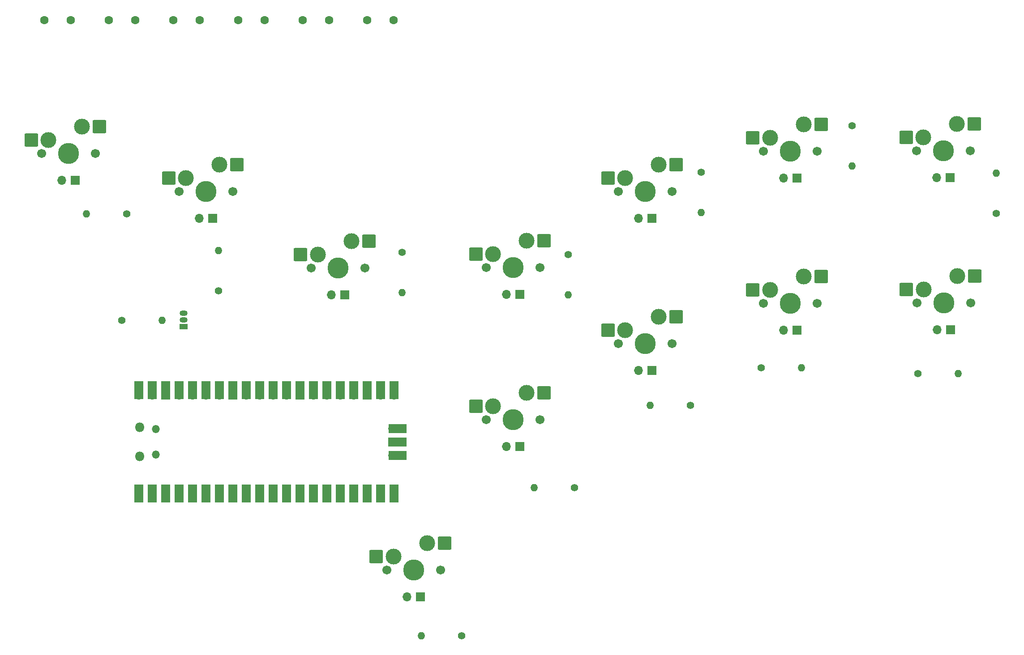
<source format=gbr>
%TF.GenerationSoftware,KiCad,Pcbnew,7.0.5*%
%TF.CreationDate,2023-08-06T18:29:22-05:00*%
%TF.ProjectId,Box,426f782e-6b69-4636-9164-5f7063625858,rev?*%
%TF.SameCoordinates,Original*%
%TF.FileFunction,Soldermask,Bot*%
%TF.FilePolarity,Negative*%
%FSLAX46Y46*%
G04 Gerber Fmt 4.6, Leading zero omitted, Abs format (unit mm)*
G04 Created by KiCad (PCBNEW 7.0.5) date 2023-08-06 18:29:22*
%MOMM*%
%LPD*%
G01*
G04 APERTURE LIST*
G04 Aperture macros list*
%AMRoundRect*
0 Rectangle with rounded corners*
0 $1 Rounding radius*
0 $2 $3 $4 $5 $6 $7 $8 $9 X,Y pos of 4 corners*
0 Add a 4 corners polygon primitive as box body*
4,1,4,$2,$3,$4,$5,$6,$7,$8,$9,$2,$3,0*
0 Add four circle primitives for the rounded corners*
1,1,$1+$1,$2,$3*
1,1,$1+$1,$4,$5*
1,1,$1+$1,$6,$7*
1,1,$1+$1,$8,$9*
0 Add four rect primitives between the rounded corners*
20,1,$1+$1,$2,$3,$4,$5,0*
20,1,$1+$1,$4,$5,$6,$7,0*
20,1,$1+$1,$6,$7,$8,$9,0*
20,1,$1+$1,$8,$9,$2,$3,0*%
G04 Aperture macros list end*
%ADD10C,1.400000*%
%ADD11O,1.400000X1.400000*%
%ADD12C,1.701800*%
%ADD13C,3.000000*%
%ADD14C,3.987800*%
%ADD15RoundRect,0.200000X-1.075000X-1.050000X1.075000X-1.050000X1.075000X1.050000X-1.075000X1.050000X0*%
%ADD16O,1.700000X1.700000*%
%ADD17R,1.700000X1.700000*%
%ADD18C,1.600000*%
%ADD19R,1.500000X1.050000*%
%ADD20O,1.500000X1.050000*%
%ADD21O,1.800000X1.800000*%
%ADD22O,1.500000X1.500000*%
%ADD23R,1.700000X3.500000*%
%ADD24R,3.500000X1.700000*%
G04 APERTURE END LIST*
D10*
%TO.C,R7*%
X73160000Y-69900000D03*
D11*
X65540000Y-69900000D03*
%TD*%
D10*
%TO.C,R6*%
X90500000Y-84470000D03*
D11*
X90500000Y-76850000D03*
%TD*%
D10*
%TO.C,R8*%
X125260000Y-77210000D03*
D11*
X125260000Y-84830000D03*
%TD*%
D12*
%TO.C,J5*%
X122350000Y-137310000D03*
D13*
X123620000Y-134770000D03*
D14*
X127430000Y-137310000D03*
D13*
X129970000Y-132230000D03*
D12*
X132510000Y-137310000D03*
D15*
X120345000Y-134770000D03*
X133272000Y-132230000D03*
D16*
X126160000Y-142390000D03*
D17*
X128700000Y-142390000D03*
%TD*%
D12*
%TO.C,J12*%
X222545000Y-57980000D03*
D13*
X223815000Y-55440000D03*
D14*
X227625000Y-57980000D03*
D13*
X230165000Y-52900000D03*
D12*
X232705000Y-57980000D03*
D15*
X220540000Y-55440000D03*
X233467000Y-52900000D03*
D16*
X226355000Y-63060000D03*
D17*
X228895000Y-63060000D03*
%TD*%
D12*
%TO.C,J4*%
X222595000Y-86740000D03*
D13*
X223865000Y-84200000D03*
D14*
X227675000Y-86740000D03*
D13*
X230215000Y-81660000D03*
D12*
X232755000Y-86740000D03*
D15*
X220590000Y-84200000D03*
X233517000Y-81660000D03*
D16*
X226405000Y-91820000D03*
D17*
X228945000Y-91820000D03*
%TD*%
D12*
%TO.C,J7*%
X57108000Y-58480000D03*
D13*
X58378000Y-55940000D03*
D14*
X62188000Y-58480000D03*
D13*
X64728000Y-53400000D03*
D12*
X67268000Y-58480000D03*
D15*
X55103000Y-55940000D03*
X68030000Y-53400000D03*
D16*
X60918000Y-63560000D03*
D17*
X63458000Y-63560000D03*
%TD*%
D12*
%TO.C,J10*%
X166170000Y-65710000D03*
D13*
X167440000Y-63170000D03*
D14*
X171250000Y-65710000D03*
D13*
X173790000Y-60630000D03*
D12*
X176330000Y-65710000D03*
D15*
X164165000Y-63170000D03*
X177092000Y-60630000D03*
D16*
X169980000Y-70790000D03*
D17*
X172520000Y-70790000D03*
%TD*%
D10*
%TO.C,R5*%
X136520000Y-149760000D03*
D11*
X128900000Y-149760000D03*
%TD*%
D10*
%TO.C,R4*%
X222750000Y-100150000D03*
D11*
X230370000Y-100150000D03*
%TD*%
D10*
%TO.C,R12*%
X237560000Y-69850000D03*
D11*
X237560000Y-62230000D03*
%TD*%
D10*
%TO.C,R11*%
X210340000Y-53230000D03*
D11*
X210340000Y-60850000D03*
%TD*%
D12*
%TO.C,J2*%
X166180000Y-94510000D03*
D13*
X167450000Y-91970000D03*
D14*
X171260000Y-94510000D03*
D13*
X173800000Y-89430000D03*
D12*
X176340000Y-94510000D03*
D15*
X164175000Y-91970000D03*
X177102000Y-89430000D03*
D16*
X169990000Y-99590000D03*
D17*
X172530000Y-99590000D03*
%TD*%
D12*
%TO.C,J1*%
X141190000Y-108890000D03*
D13*
X142460000Y-106350000D03*
D14*
X146270000Y-108890000D03*
D13*
X148810000Y-103810000D03*
D12*
X151350000Y-108890000D03*
D15*
X139185000Y-106350000D03*
X152112000Y-103810000D03*
D16*
X145000000Y-113970000D03*
D17*
X147540000Y-113970000D03*
%TD*%
D10*
%TO.C,R9*%
X156660000Y-77620000D03*
D11*
X156660000Y-85240000D03*
%TD*%
D10*
%TO.C,R10*%
X181780000Y-62050000D03*
D11*
X181780000Y-69670000D03*
%TD*%
D18*
%TO.C,J17*%
X69800000Y-33230000D03*
X74800000Y-33230000D03*
%TD*%
D12*
%TO.C,J3*%
X193570000Y-86830000D03*
D13*
X194840000Y-84290000D03*
D14*
X198650000Y-86830000D03*
D13*
X201190000Y-81750000D03*
D12*
X203730000Y-86830000D03*
D15*
X191565000Y-84290000D03*
X204492000Y-81750000D03*
D16*
X197380000Y-91910000D03*
D17*
X199920000Y-91910000D03*
%TD*%
D12*
%TO.C,J11*%
X193570000Y-58040000D03*
D13*
X194840000Y-55500000D03*
D14*
X198650000Y-58040000D03*
D13*
X201190000Y-52960000D03*
D12*
X203730000Y-58040000D03*
D15*
X191565000Y-55500000D03*
X204492000Y-52960000D03*
D16*
X197380000Y-63120000D03*
D17*
X199920000Y-63120000D03*
%TD*%
D18*
%TO.C,J13*%
X94240000Y-33230000D03*
X99240000Y-33230000D03*
%TD*%
D10*
%TO.C,R2*%
X179800000Y-106130000D03*
D11*
X172180000Y-106130000D03*
%TD*%
D12*
%TO.C,J9*%
X141190000Y-80120000D03*
D13*
X142460000Y-77580000D03*
D14*
X146270000Y-80120000D03*
D13*
X148810000Y-75040000D03*
D12*
X151350000Y-80120000D03*
D15*
X139185000Y-77580000D03*
X152112000Y-75040000D03*
D16*
X145000000Y-85200000D03*
D17*
X147540000Y-85200000D03*
%TD*%
D10*
%TO.C,R13*%
X72260000Y-90100000D03*
D11*
X79880000Y-90100000D03*
%TD*%
D18*
%TO.C,J16*%
X106460000Y-33230000D03*
X111460000Y-33230000D03*
%TD*%
D19*
%TO.C,Q1*%
X83900000Y-91250000D03*
D20*
X83900000Y-89980000D03*
X83900000Y-88710000D03*
%TD*%
D12*
%TO.C,J6*%
X83120000Y-65690000D03*
D13*
X84390000Y-63150000D03*
D14*
X88200000Y-65690000D03*
D13*
X90740000Y-60610000D03*
D12*
X93280000Y-65690000D03*
D15*
X81115000Y-63150000D03*
X94042000Y-60610000D03*
D16*
X86930000Y-70770000D03*
D17*
X89470000Y-70770000D03*
%TD*%
D18*
%TO.C,J14*%
X118680000Y-33230000D03*
X123680000Y-33230000D03*
%TD*%
D10*
%TO.C,R3*%
X193110000Y-99020000D03*
D11*
X200730000Y-99020000D03*
%TD*%
D10*
%TO.C,R1*%
X157820000Y-121750000D03*
D11*
X150200000Y-121750000D03*
%TD*%
D18*
%TO.C,J15*%
X82020000Y-33230000D03*
X87020000Y-33230000D03*
%TD*%
%TO.C,J18*%
X57580000Y-33230000D03*
X62580000Y-33230000D03*
%TD*%
D12*
%TO.C,J8*%
X108050000Y-80160000D03*
D13*
X109320000Y-77620000D03*
D14*
X113130000Y-80160000D03*
D13*
X115670000Y-75080000D03*
D12*
X118210000Y-80160000D03*
D15*
X106045000Y-77620000D03*
X118972000Y-75080000D03*
D16*
X111860000Y-85240000D03*
D17*
X114400000Y-85240000D03*
%TD*%
D21*
%TO.C,U1*%
X75610000Y-110355000D03*
D22*
X78640000Y-110655000D03*
X78640000Y-115505000D03*
D21*
X75610000Y-115805000D03*
D16*
X75480000Y-104190000D03*
D23*
X75480000Y-103290000D03*
D16*
X78020000Y-104190000D03*
D23*
X78020000Y-103290000D03*
D17*
X80560000Y-104190000D03*
D23*
X80560000Y-103290000D03*
D16*
X83100000Y-104190000D03*
D23*
X83100000Y-103290000D03*
D16*
X85640000Y-104190000D03*
D23*
X85640000Y-103290000D03*
D16*
X88180000Y-104190000D03*
D23*
X88180000Y-103290000D03*
D16*
X90720000Y-104190000D03*
D23*
X90720000Y-103290000D03*
D17*
X93260000Y-104190000D03*
D23*
X93260000Y-103290000D03*
D16*
X95800000Y-104190000D03*
D23*
X95800000Y-103290000D03*
D16*
X98340000Y-104190000D03*
D23*
X98340000Y-103290000D03*
D16*
X100880000Y-104190000D03*
D23*
X100880000Y-103290000D03*
D16*
X103420000Y-104190000D03*
D23*
X103420000Y-103290000D03*
D17*
X105960000Y-104190000D03*
D23*
X105960000Y-103290000D03*
D16*
X108500000Y-104190000D03*
D23*
X108500000Y-103290000D03*
D16*
X111040000Y-104190000D03*
D23*
X111040000Y-103290000D03*
D16*
X113580000Y-104190000D03*
D23*
X113580000Y-103290000D03*
D16*
X116120000Y-104190000D03*
D23*
X116120000Y-103290000D03*
D17*
X118660000Y-104190000D03*
D23*
X118660000Y-103290000D03*
D16*
X121200000Y-104190000D03*
D23*
X121200000Y-103290000D03*
D16*
X123740000Y-104190000D03*
D23*
X123740000Y-103290000D03*
D16*
X123740000Y-121970000D03*
D23*
X123740000Y-122870000D03*
D16*
X121200000Y-121970000D03*
D23*
X121200000Y-122870000D03*
D17*
X118660000Y-121970000D03*
D23*
X118660000Y-122870000D03*
D16*
X116120000Y-121970000D03*
D23*
X116120000Y-122870000D03*
D16*
X113580000Y-121970000D03*
D23*
X113580000Y-122870000D03*
D16*
X111040000Y-121970000D03*
D23*
X111040000Y-122870000D03*
D16*
X108500000Y-121970000D03*
D23*
X108500000Y-122870000D03*
D17*
X105960000Y-121970000D03*
D23*
X105960000Y-122870000D03*
D16*
X103420000Y-121970000D03*
D23*
X103420000Y-122870000D03*
D16*
X100880000Y-121970000D03*
D23*
X100880000Y-122870000D03*
D16*
X98340000Y-121970000D03*
D23*
X98340000Y-122870000D03*
D16*
X95800000Y-121970000D03*
D23*
X95800000Y-122870000D03*
D17*
X93260000Y-121970000D03*
D23*
X93260000Y-122870000D03*
D16*
X90720000Y-121970000D03*
D23*
X90720000Y-122870000D03*
D16*
X88180000Y-121970000D03*
D23*
X88180000Y-122870000D03*
D16*
X85640000Y-121970000D03*
D23*
X85640000Y-122870000D03*
D16*
X83100000Y-121970000D03*
D23*
X83100000Y-122870000D03*
D17*
X80560000Y-121970000D03*
D23*
X80560000Y-122870000D03*
D16*
X78020000Y-121970000D03*
D23*
X78020000Y-122870000D03*
D16*
X75480000Y-121970000D03*
D23*
X75480000Y-122870000D03*
D16*
X123510000Y-110540000D03*
D24*
X124410000Y-110540000D03*
D17*
X123510000Y-113080000D03*
D24*
X124410000Y-113080000D03*
D16*
X123510000Y-115620000D03*
D24*
X124410000Y-115620000D03*
%TD*%
M02*

</source>
